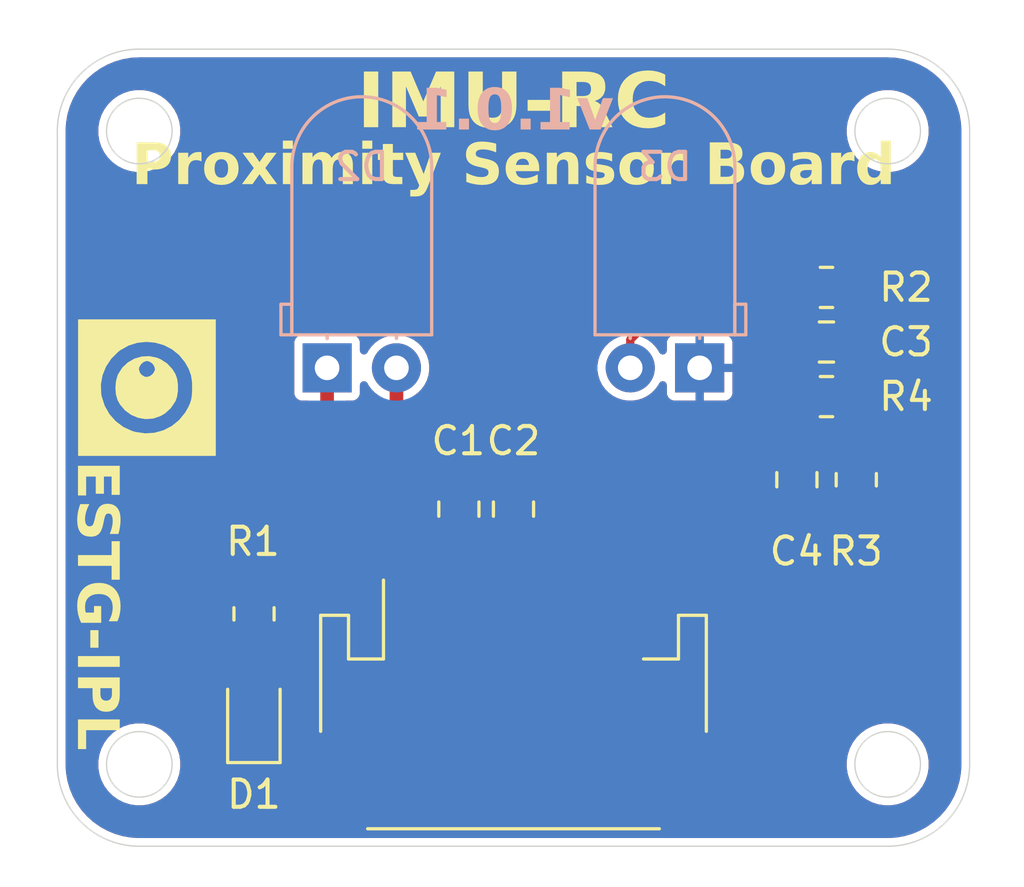
<source format=kicad_pcb>
(kicad_pcb (version 20241229) (generator "pcbnew") (generator_version "9.0")
  (title_block (title "IMU-RC Car Proximity Sensors Board") (date "2025-07-08") (rev "2") (company "ESTG-IPL"))
  (layers (0 "F.Cu" signal) (2 "B.Cu" signal) (13 "F.Paste" user) (15 "B.Paste" user) (5 "F.SilkS" user "F.Silkscreen") (7 "B.SilkS" user "B.Silkscreen") (1 "F.Mask" user) (3 "B.Mask" user) (25 "Edge.Cuts" user))
  (net 0 "")
  (net 1 "GND")
  (net 2 "+3V3")
  (net 3 "Net-(D3-K)")
  (net 4 "SI")
  (net 5 "Net-(D1-A)")
  (net 6 "Net-(C3-Pad2)")
  (net 7 "SO")
  (net 8 "AO")
  (footprint "LOGO" (layer "F.Cu") (at 131.299538 96.8 -90)
    (property "Reference" "G***" (hide yes))
    (property "Value" "LOGO" (hide yes))
    (fp_poly (pts (xy 2.500923 0.019538) (xy 2.500923 2.54) (xy 0 2.54) (xy -2.500923 2.54) (xy -2.500923 0.044539) (xy -1.674774 0.044539) (xy -1.640412 0.373351) (xy -1.540809 0.691696) (xy -1.374224 0.988542) (xy -1.313562 1.068506) (xy -1.061763 1.322363) (xy -0.771087 1.515764) (xy -0.452424 1.644662) (xy -0.116659 1.705013) (xy 0.225319 1.692767) (xy 0.320461 1.67583) (xy 0.661685 1.56633) (xy 0.967138 1.393016) (xy 1.228376 1.163845) (xy 1.436958 0.886773) (xy 1.584442 0.569756) (xy 1.620037 0.450943) (xy 1.67354 0.096729) (xy 1.65316 -0.249816) (xy 1.563152 -0.579516) (xy 1.407771 -0.883194) (xy 1.191275 -1.151674) (xy 0.917917 -1.375781) (xy 0.720279 -1.489141) (xy 0.575806 -1.555057) (xy 0.449712 -1.596214) (xy 0.31135 -1.619759) (xy 0.130075 -1.632835) (xy 0.097544 -1.634323) (xy -0.199828 -1.632127) (xy -0.451926 -1.592226) (xy -0.685269 -1.507804) (xy -0.926375 -1.372042) (xy -0.928863 -1.370436) (xy -1.194608 -1.154757) (xy -1.403811 -0.894389) (xy -1.554733 -0.600363) (xy -1.645634 -0.28371) (xy -1.674774 0.044539) (xy -2.500923 0.044539) (xy -2.500923 0.019538) (xy -2.500923 -2.500923) (xy 0 -2.500923) (xy 2.500923 -2.500923)) (fill yes) (layer "F.SilkS"))
    (fp_poly (pts (xy 0.129554 -1.114539) (xy 0.344688 -1.080893) (xy 0.497144 -1.025061) (xy 0.750518 -0.856142) (xy 0.941697 -0.648396) (xy 1.042655 -0.477413) (xy 1.133606 -0.207913) (xy 1.153649 0.069327) (xy 1.107397 0.341918) (xy 0.99946 0.597475) (xy 0.83445 0.823611) (xy 0.616978 1.00794) (xy 0.456821 1.09625) (xy 0.254463 1.155294) (xy 0.016016 1.174832) (xy -0.227511 1.155434) (xy -0.44511 1.097668) (xy -0.488462 1.078904) (xy -0.732255 0.923233) (xy -0.925253 0.71845) (xy -1.062968 0.477122) (xy -1.14091 0.211819) (xy -1.150417 0.019538) (xy -0.976923 0.019538) (xy -0.942569 0.134033) (xy -0.856359 0.236298) (xy -0.743568 0.30152) (xy -0.678372 0.312615) (xy -0.572661 0.286007) (xy -0.481211 0.227649) (xy -0.408829 0.118683) (xy -0.39077 0.030489) (xy -0.424167 -0.089952) (xy -0.50847 -0.195874) (xy -0.619845 -0.262551) (xy -0.683847 -0.273539) (xy -0.781281 -0.246447) (xy -0.877647 -0.180924) (xy -0.881007 -0.177623) (xy -0.947647 -0.082386) (xy -0.976867 0.015997) (xy -0.976923 0.019538) (xy -1.150417 0.019538) (xy -1.154592 -0.064889) (xy -1.099525 -0.340434) (xy -1.043742 -0.47602) (xy -0.888538 -0.717468) (xy -0.679289 -0.912038) (xy -0.497145 -1.025061) (xy -0.320635 -1.086623) (xy -0.101978 -1.116448)) (fill yes) (layer "F.SilkS"))
  )
  (footprint "Resistor_SMD:R_0805_2012Metric" (layer "F.Cu") (at 156.158603 97.128566)
    (property "Reference" "R4" (at 2.9125 0 180) (layer "F.SilkS"))
    (property "Value" "150k (1%)")
    (fp_line (start -0.227064 -0.735) (end 0.227064 -0.735) (stroke (width 0.12)) (layer "F.SilkS"))
    (fp_line (start -0.227064 0.735) (end 0.227064 0.735) (stroke (width 0.12)) (layer "F.SilkS"))
    (pad "1" smd roundrect (at -0.9125 0) (size 1.025 1.4) (layers "F.Cu" "F.Mask" "F.Paste") (roundrect_rratio 0.243902) (net 8 "AO"))
    (pad "2" smd roundrect (at 0.9125 0) (size 1.025 1.4) (layers "F.Cu" "F.Mask" "F.Paste") (roundrect_rratio 0.243902) (net 6 "Net-(C3-Pad2)"))
  )
  (footprint "Resistor_SMD:R_0805_2012Metric" (layer "F.Cu") (at 156.158603 93.128566 180)
    (property "Reference" "R2" (at -2.9125 0 0) (layer "F.SilkS"))
    (property "Value" "100k")
    (fp_line (start -0.227064 0.735) (end 0.227064 0.735) (stroke (width 0.12)) (layer "F.SilkS"))
    (fp_line (start -0.227064 -0.735) (end 0.227064 -0.735) (stroke (width 0.12)) (layer "F.SilkS"))
    (pad "1" smd roundrect (at -0.9125 0 180) (size 1.025 1.4) (layers "F.Cu" "F.Mask" "F.Paste") (roundrect_rratio 0.243902) (net 3 "Net-(D3-K)"))
    (pad "2" smd roundrect (at 0.9125 0 180) (size 1.025 1.4) (layers "F.Cu" "F.Mask" "F.Paste") (roundrect_rratio 0.243902) (net 2 "+3V3"))
  )
  (footprint "Resistor_SMD:R_0805_2012Metric" (layer "F.Cu") (at 135.2 105.0875 90)
    (property "Reference" "R1" (at 2.65 -0.04 180) (layer "F.SilkS"))
    (property "Value" "1k")
    (fp_line (start -0.227064 -0.735) (end 0.227064 -0.735) (stroke (width 0.12)) (layer "F.SilkS"))
    (fp_line (start -0.227064 0.735) (end 0.227064 0.735) (stroke (width 0.12)) (layer "F.SilkS"))
    (pad "1" smd roundrect (at -0.9125 0 90) (size 1.025 1.4) (layers "F.Cu" "F.Mask" "F.Paste") (roundrect_rratio 0.243902) (net 5 "Net-(D1-A)"))
    (pad "2" smd roundrect (at 0.9125 0 90) (size 1.025 1.4) (layers "F.Cu" "F.Mask" "F.Paste") (roundrect_rratio 0.243902) (net 2 "+3V3"))
  )
  (footprint "Capacitor_SMD:C_0805_2012Metric" (layer "F.Cu") (at 156.158603 95.128566)
    (property "Reference" "C3" (at 2.9125 0 0) (layer "F.SilkS"))
    (property "Value" "100nF")
    (fp_line (start -0.261252 -0.735) (end 0.261252 -0.735) (stroke (width 0.12)) (layer "F.SilkS"))
    (fp_line (start -0.261252 0.735) (end 0.261252 0.735) (stroke (width 0.12)) (layer "F.SilkS"))
    (pad "1" smd roundrect (at -0.95 0) (size 1 1.45) (layers "F.Cu" "F.Mask" "F.Paste") (net 3 "Net-(D3-K)"))
    (pad "2" smd roundrect (at 0.95 0) (size 1 1.45) (layers "F.Cu" "F.Mask" "F.Paste") (net 6 "Net-(C3-Pad2)"))
  )
  (footprint "Capacitor_SMD:C_0805_2012Metric" (layer "F.Cu") (at 155.075022 100.173424 90)
    (property "Reference" "C4" (at -2.620185 -0.012908 180) (layer "F.SilkS"))
    (property "Value" "1nF")
    (fp_line (start -0.261252 -0.735) (end 0.261252 -0.735) (stroke (width 0.12)) (layer "F.SilkS"))
    (fp_line (start -0.261252 0.735) (end 0.261252 0.735) (stroke (width 0.12)) (layer "F.SilkS"))
    (pad "1" smd roundrect (at -0.95 0 90) (size 1 1.45) (layers "F.Cu" "F.Mask" "F.Paste") (net 1 "GND"))
    (pad "2" smd roundrect (at 0.95 0 90) (size 1 1.45) (layers "F.Cu" "F.Mask" "F.Paste") (net 8 "AO"))
  )
  (footprint "Capacitor_SMD:C_0805_2012Metric" (layer "F.Cu") (at 142.7 101.25 -90)
    (property "Reference" "C1" (at -2.5 0.02 180) (layer "F.SilkS"))
    (property "Value" "10uF")
    (fp_line (start -0.261252 0.735) (end 0.261252 0.735) (stroke (width 0.12)) (layer "F.SilkS"))
    (fp_line (start -0.261252 -0.735) (end 0.261252 -0.735) (stroke (width 0.12)) (layer "F.SilkS"))
    (pad "1" smd roundrect (at -0.95 0 270) (size 1 1.45) (layers "F.Cu" "F.Mask" "F.Paste") (net 1 "GND"))
    (pad "2" smd roundrect (at 0.95 0 270) (size 1 1.45) (layers "F.Cu" "F.Mask" "F.Paste") (net 4 "SI"))
  )
  (footprint "IMURCLibrary:JST_PH_S5B-PH-SM4-TB_1x05-1MP_P2.00mm_Horizontal" (layer "F.Cu") (at 144.7 108.45)
    (property "Reference" "J1" (hide yes))
    (property "Value" "Conn_01x05_Socket")
    (fp_line (start -7.06 -3.31) (end -6.04 -3.31) (stroke (width 0.12)) (layer "F.SilkS"))
    (fp_line (start -7.06 0.94) (end -7.06 -3.31) (stroke (width 0.12)) (layer "F.SilkS"))
    (fp_line (start -6.04 -3.31) (end -6.04 -1.71) (stroke (width 0.12)) (layer "F.SilkS"))
    (fp_line (start -6.04 -1.71) (end -4.76 -1.71) (stroke (width 0.12)) (layer "F.SilkS"))
    (fp_line (start -5.34 4.51) (end 5.34 4.51) (stroke (width 0.12)) (layer "F.SilkS"))
    (fp_line (start -4.76 -1.71) (end -4.76 -4.6) (stroke (width 0.12)) (layer "F.SilkS"))
    (fp_line (start 6.04 -3.31) (end 6.04 -1.71) (stroke (width 0.12)) (layer "F.SilkS"))
    (fp_line (start 6.04 -1.71) (end 4.76 -1.71) (stroke (width 0.12)) (layer "F.SilkS"))
    (fp_line (start 7.06 -3.31) (end 6.04 -3.31) (stroke (width 0.12)) (layer "F.SilkS"))
    (fp_line (start 7.06 0.94) (end 7.06 -3.31) (stroke (width 0.12)) (layer "F.SilkS"))
    (pad "1" smd roundrect (at -4 -2.85) (size 1 3.5) (layers "F.Cu" "F.Mask" "F.Paste") (net 7 "SO"))
    (pad "2" smd roundrect (at -2 -2.85) (size 1 3.5) (layers "F.Cu" "F.Mask" "F.Paste") (net 4 "SI"))
    (pad "3" smd roundrect (at 0 -2.85) (size 1 3.5) (layers "F.Cu" "F.Mask" "F.Paste") (net 2 "+3V3"))
    (pad "4" smd roundrect (at 2 -2.85) (size 1 3.5) (layers "F.Cu" "F.Mask" "F.Paste") (net 1 "GND"))
    (pad "5" smd roundrect (at 4 -2.85) (size 1 3.5) (layers "F.Cu" "F.Mask" "F.Paste") (net 8 "AO"))
    (pad "MP" smd roundrect (at -6.35 2.9) (size 1.5 3.4) (layers "F.Cu" "F.Mask" "F.Paste") (roundrect_rratio 0.166667))
    (pad "MP" smd roundrect (at 6.35 2.9) (size 1.5 3.4) (layers "F.Cu" "F.Mask" "F.Paste") (roundrect_rratio 0.166667))
  )
  (footprint "Capacitor_SMD:C_0805_2012Metric" (layer "F.Cu") (at 144.7 101.25 -90)
    (property "Reference" "C2" (at -2.5 0 180) (layer "F.SilkS"))
    (property "Value" "10uF")
    (fp_line (start -0.261252 0.735) (end 0.261252 0.735) (stroke (width 0.12)) (layer "F.SilkS"))
    (fp_line (start -0.261252 -0.735) (end 0.261252 -0.735) (stroke (width 0.12)) (layer "F.SilkS"))
    (pad "1" smd roundrect (at -0.95 0 270) (size 1 1.45) (layers "F.Cu" "F.Mask" "F.Paste") (net 1 "GND"))
    (pad "2" smd roundrect (at 0.95 0 270) (size 1 1.45) (layers "F.Cu" "F.Mask" "F.Paste") (net 2 "+3V3"))
  )
  (footprint "LED_SMD:LED_0805_2012Metric" (layer "F.Cu") (at 135.195 108.85 90)
    (property "Reference" "D1" (at -2.85 0 180) (layer "F.SilkS"))
    (property "Value" "LED")
    (fp_line (start 1 -0.96) (end -1.685 -0.96) (stroke (width 0.12)) (layer "F.SilkS"))
    (fp_line (start -1.685 -0.96) (end -1.685 0.96) (stroke (width 0.12)) (layer "F.SilkS"))
    (fp_line (start -1.685 0.96) (end 1 0.96) (stroke (width 0.12)) (layer "F.SilkS"))
    (pad "1" smd roundrect (at -0.9375 0 90) (size 0.975 1.4) (layers "F.Cu" "F.Mask" "F.Paste") (net 1 "GND"))
    (pad "2" smd roundrect (at 0.9375 0 90) (size 0.975 1.4) (layers "F.Cu" "F.Mask" "F.Paste") (net 5 "Net-(D1-A)"))
  )
  (footprint "Resistor_SMD:R_0805_2012Metric" (layer "F.Cu") (at 157.250022 100.173424 90)
    (property "Reference" "R3" (at -2.620185 -0.012908 180) (layer "F.SilkS"))
    (property "Value" "1800 (1%)")
    (fp_line (start -0.227064 -0.735) (end 0.227064 -0.735) (stroke (width 0.12)) (layer "F.SilkS"))
    (fp_line (start -0.227064 0.735) (end 0.227064 0.735) (stroke (width 0.12)) (layer "F.SilkS"))
    (pad "1" smd roundrect (at -0.9125 0 90) (size 1.025 1.4) (layers "F.Cu" "F.Mask" "F.Paste") (roundrect_rratio 0.243902) (net 1 "GND"))
    (pad "2" smd roundrect (at 0.9125 0 90) (size 1.025 1.4) (layers "F.Cu" "F.Mask" "F.Paste") (roundrect_rratio 0.243902) (net 6 "Net-(C3-Pad2)"))
  )
  (footprint "LED_THT:LED_D5.0mm_Horizontal_O1.27mm_Z3.0mm_IRBlack" (layer "B.Cu") (at 148.975 96.075)
    (property "Reference" "D3" (at 1.27 -7.37 180) (layer "B.SilkS") (effects (justify mirror)))
    (property "Value" "PD333-3B")
    (fp_line (start -1.29 -7.37) (end -1.29 -1.21) (stroke (width 0.12)) (layer "B.SilkS"))
    (fp_line (start 0 -1.21) (end 0 -1.21) (stroke (width 0.12)) (layer "B.SilkS"))
    (fp_line (start 0 -1.21) (end 0 -1.08) (stroke (width 0.12)) (layer "B.SilkS"))
    (fp_line (start 0 -1.08) (end 0 -1.21) (stroke (width 0.12)) (layer "B.SilkS"))
    (fp_line (start 0 -1.08) (end 0 -1.08) (stroke (width 0.12)) (layer "B.SilkS"))
    (fp_line (start 2.54 -1.21) (end 2.54 -1.21) (stroke (width 0.12)) (layer "B.SilkS"))
    (fp_line (start 2.54 -1.21) (end 2.54 -1.08) (stroke (width 0.12)) (layer "B.SilkS"))
    (fp_line (start 2.54 -1.08) (end 2.54 -1.21) (stroke (width 0.12)) (layer "B.SilkS"))
    (fp_line (start 2.54 -1.08) (end 2.54 -1.08) (stroke (width 0.12)) (layer "B.SilkS"))
    (fp_line (start 3.83 -7.37) (end 3.83 -1.21) (stroke (width 0.12)) (layer "B.SilkS"))
    (fp_line (start 3.83 -2.33) (end 4.23 -2.33) (stroke (width 0.12)) (layer "B.SilkS"))
    (fp_line (start 3.83 -1.21) (end -1.29 -1.21) (stroke (width 0.12)) (layer "B.SilkS"))
    (fp_line (start 3.83 -1.21) (end 3.83 -2.33) (stroke (width 0.12)) (layer "B.SilkS"))
    (fp_line (start 4.23 -2.33) (end 4.23 -1.21) (stroke (width 0.12)) (layer "B.SilkS"))
    (fp_line (start 4.23 -1.21) (end 3.83 -1.21) (stroke (width 0.12)) (layer "B.SilkS"))
    (fp_arc (start -1.29 -7.37) (mid 1.27 -9.93) (end 3.83 -7.37) (stroke (width 0.12)) (layer "B.SilkS"))
    (pad "1" thru_hole circle (at 0 0) (size 1.8 1.8) (drill 0.9) (layers "*.Cu" "*.Mask") (net 3 "Net-(D3-K)"))
    (pad "2" thru_hole rect (at 2.54 0) (size 1.8 1.8) (drill 0.9) (layers "*.Cu" "*.Mask") (net 1 "GND"))
  )
  (footprint "LED_THT:LED_D5.0mm_Horizontal_O1.27mm_Z3.0mm_Clear" (layer "B.Cu") (at 137.875 96.075)
    (property "Reference" "D2" (at 1.27 -7.37 180) (layer "B.SilkS") (effects (justify mirror)))
    (property "Value" "IR333C-A")
    (fp_line (start -1.69 -2.33) (end -1.69 -1.21) (stroke (width 0.12)) (layer "B.SilkS"))
    (fp_line (start -1.69 -1.21) (end -1.29 -1.21) (stroke (width 0.12)) (layer "B.SilkS"))
    (fp_line (start -1.29 -7.37) (end -1.29 -1.21) (stroke (width 0.12)) (layer "B.SilkS"))
    (fp_line (start -1.29 -2.33) (end -1.69 -2.33) (stroke (width 0.12)) (layer "B.SilkS"))
    (fp_line (start -1.29 -1.21) (end -1.29 -2.33) (stroke (width 0.12)) (layer "B.SilkS"))
    (fp_line (start -1.29 -1.21) (end 3.83 -1.21) (stroke (width 0.12)) (layer "B.SilkS"))
    (fp_line (start 0 -1.21) (end 0 -1.21) (stroke (width 0.12)) (layer "B.SilkS"))
    (fp_line (start 0 -1.21) (end 0 -1.08) (stroke (width 0.12)) (layer "B.SilkS"))
    (fp_line (start 0 -1.08) (end 0 -1.21) (stroke (width 0.12)) (layer "B.SilkS"))
    (fp_line (start 0 -1.08) (end 0 -1.08) (stroke (width 0.12)) (layer "B.SilkS"))
    (fp_line (start 2.54 -1.21) (end 2.54 -1.21) (stroke (width 0.12)) (layer "B.SilkS"))
    (fp_line (start 2.54 -1.21) (end 2.54 -1.08) (stroke (width 0.12)) (layer "B.SilkS"))
    (fp_line (start 2.54 -1.08) (end 2.54 -1.21) (stroke (width 0.12)) (layer "B.SilkS"))
    (fp_line (start 2.54 -1.08) (end 2.54 -1.08) (stroke (width 0.12)) (layer "B.SilkS"))
    (fp_line (start 3.83 -7.37) (end 3.83 -1.21) (stroke (width 0.12)) (layer "B.SilkS"))
    (fp_arc (start -1.29 -7.37) (mid 1.27 -9.93) (end 3.83 -7.37) (stroke (width 0.12)) (layer "B.SilkS"))
    (pad "1" thru_hole rect (at 0 0) (size 1.8 1.8) (drill 0.9) (layers "*.Cu" "*.Mask") (net 7 "SO"))
    (pad "2" thru_hole circle (at 2.54 0) (size 1.8 1.8) (drill 0.9) (layers "*.Cu" "*.Mask") (net 4 "SI"))
  )
  (gr_line (start 161.4 87.4) (end 161.4 110.6) (stroke (width 0.05)) (layer "Edge.Cuts"))
  (gr_arc (start 161.4 110.6) (mid 160.52132 112.72132) (end 158.4 113.6) (stroke (width 0.05)) (layer "Edge.Cuts"))
  (gr_line (start 131 113.6) (end 158.4 113.6) (stroke (width 0.05)) (layer "Edge.Cuts"))
  (gr_circle (center 131 110.6) (end 132.2 110.6) (stroke (width 0.05)) (fill no) (layer "Edge.Cuts"))
  (gr_circle (center 158.4 87.4) (end 159.6 87.4) (stroke (width 0.05)) (fill no) (layer "Edge.Cuts"))
  (gr_arc (start 158.4 84.4) (mid 160.52132 85.27868) (end 161.4 87.4) (stroke (width 0.05)) (layer "Edge.Cuts"))
  (gr_arc (start 128 87.4) (mid 128.87868 85.27868) (end 131 84.4) (stroke (width 0.05)) (layer "Edge.Cuts"))
  (gr_line (start 128 87.4) (end 128 110.6) (stroke (width 0.05)) (layer "Edge.Cuts"))
  (gr_arc (start 131 113.6) (mid 128.87868 112.72132) (end 128 110.6) (stroke (width 0.05)) (layer "Edge.Cuts"))
  (gr_circle (center 131 87.4) (end 132.2 87.4) (stroke (width 0.05)) (fill no) (layer "Edge.Cuts"))
  (gr_circle (center 158.4 110.6) (end 159.6 110.6) (stroke (width 0.05)) (fill no) (layer "Edge.Cuts"))
  (gr_line (start 131 84.4) (end 158.4 84.4) (stroke (width 0.05)) (layer "Edge.Cuts"))
  (gr_text "Proximity Sensor Board" (at 144.7 89.6 0) (layer "F.SilkS") (effects (font (size 1.5 1.5) (thickness 0.3) (bold yes)) (justify bottom)))
  (gr_text "ESTG-IPL" (at 128.5 99.47 -90) (layer "F.SilkS") (effects (font (size 1.5 1.5) (thickness 0.3) (bold yes)) (justify left bottom)))
  (gr_text "IMU-RC" (at 144.7 87.6 0) (layer "F.SilkS") (effects (font (size 2 2) (thickness 0.25) (bold yes)) (justify bottom)))
  (gr_text "v1.0.1" (at 144.7 87.6 0) (layer "B.SilkS") (effects (font (size 1.5 1.5) (thickness 0.3) (bold yes)) (justify bottom mirror)))
  (segment (start 154.387537 92.27) (end 155.246103 93.128566) (width 0.3) (layer "F.Cu") (net 2))
  (segment (start 146.68 101.49) (end 146.68 93.79) (width 0.3) (layer "F.Cu") (net 2))
  (segment (start 144.7 105.6) (end 144.7 102.2) (width 0.3) (layer "F.Cu") (net 2))
  (segment (start 144.7 105.6) (end 144.7 107.7) (width 0.3) (layer "F.Cu") (net 2))
  (segment (start 137.32 105.86) (end 135.635 104.175) (width 0.3) (layer "F.Cu") (net 2))
  (segment (start 145.97 102.2) (end 146.68 101.49) (width 0.3) (layer "F.Cu") (net 2))
  (segment (start 143.87 108.53) (end 138.48 108.53) (width 0.3) (layer "F.Cu") (net 2))
  (segment (start 135.635 104.175) (end 135.2 104.175) (width 0.3) (layer "F.Cu") (net 2))
  (segment (start 138.48 108.53) (end 137.32 107.37) (width 0.3) (layer "F.Cu") (net 2))
  (segment (start 137.32 107.37) (end 137.32 105.86) (width 0.3) (layer "F.Cu") (net 2))
  (segment (start 148.2 92.27) (end 154.387537 92.27) (width 0.3) (layer "F.Cu") (net 2))
  (segment (start 144.7 102.2) (end 145.97 102.2) (width 0.3) (layer "F.Cu") (net 2))
  (segment (start 146.68 93.79) (end 148.2 92.27) (width 0.3) (layer "F.Cu") (net 2))
  (segment (start 144.7 107.7) (end 143.87 108.53) (width 0.3) (layer "F.Cu") (net 2))
  (segment (start 148.975 95.045) (end 150 94.02) (width 0.3) (layer "F.Cu") (net 3))
  (segment (start 148.975 96.075) (end 148.975 95.045) (width 0.3) (layer "F.Cu") (net 3))
  (segment (start 153.79 94.02) (end 154.898566 95.128566) (width 0.3) (layer "F.Cu") (net 3))
  (segment (start 150 94.02) (end 153.79 94.02) (width 0.3) (layer "F.Cu") (net 3))
  (segment (start 154.898566 95.128566) (end 155.208603 95.128566) (width 0.3) (layer "F.Cu") (net 3))
  (segment (start 157.071103 93.128566) (end 157.071103 93.266066) (width 0.3) (layer "F.Cu") (net 3))
  (segment (start 157.071103 93.266066) (end 155.208603 95.128566) (width 0.3) (layer "F.Cu") (net 3))
  (segment (start 142.7 102.2) (end 142.4 102.2) (width 0.5) (layer "F.Cu") (net 4))
  (segment (start 140.415 100.215) (end 140.415 96.075) (width 0.5) (layer "F.Cu") (net 4))
  (segment (start 142.7 102.2) (end 142.7 105.6) (width 0.5) (layer "F.Cu") (net 4))
  (segment (start 142.4 102.2) (end 140.415 100.215) (width 0.5) (layer "F.Cu") (net 4))
  (segment (start 135.2 106) (end 135.2 107.9075) (width 0.3) (layer "F.Cu") (net 5))
  (segment (start 135.2 107.9075) (end 135.195 107.9125) (width 0.3) (layer "F.Cu") (net 5))
  (segment (start 157.108603 97.091066) (end 157.071103 97.128566) (width 0.3) (layer "F.Cu") (net 6))
  (segment (start 157.071103 99.082005) (end 157.250022 99.260924) (width 0.3) (layer "F.Cu") (net 6))
  (segment (start 157.108603 95.128566) (end 157.108603 97.091066) (width 0.3) (layer "F.Cu") (net 6))
  (segment (start 157.071103 97.128566) (end 157.071103 99.082005) (width 0.3) (layer "F.Cu") (net 6))
  (segment (start 140.7 105.6) (end 140.7 103.66) (width 0.5) (layer "F.Cu") (net 7))
  (segment (start 137.875 100.835) (end 137.875 96.075) (width 0.5) (layer "F.Cu") (net 7))
  (segment (start 140.7 103.66) (end 137.875 100.835) (width 0.5) (layer "F.Cu") (net 7))
  (segment (start 155.246103 97.128566) (end 155.246103 99.052343) (width 0.3) (layer "F.Cu") (net 8))
  (segment (start 148.7 102.09) (end 148.7 105.6) (width 0.3) (layer "F.Cu") (net 8))
  (segment (start 155.246103 99.052343) (end 155.075022 99.223424) (width 0.3) (layer "F.Cu") (net 8))
  (segment (start 151.566576 99.223424) (end 148.7 102.09) (width 0.3) (layer "F.Cu") (net 8))
  (segment (start 155.075022 99.223424) (end 151.566576 99.223424) (width 0.3) (layer "F.Cu") (net 8))
  (zone (net 1) (net_name "GND") (layers "F.Cu" "B.Cu") (name "stitch_zone_0") (priority 1) (connect_pads (clearance 0.3)) (min_thickness 0.3) (fill yes (thermal_gap 0.3) (thermal_bridge_width 0.3))
    (polygon (pts (xy 125.9 82.6) (xy 163.4 82.6) (xy 163.4 115) (xy 125.9 115)))
  )
)
</source>
